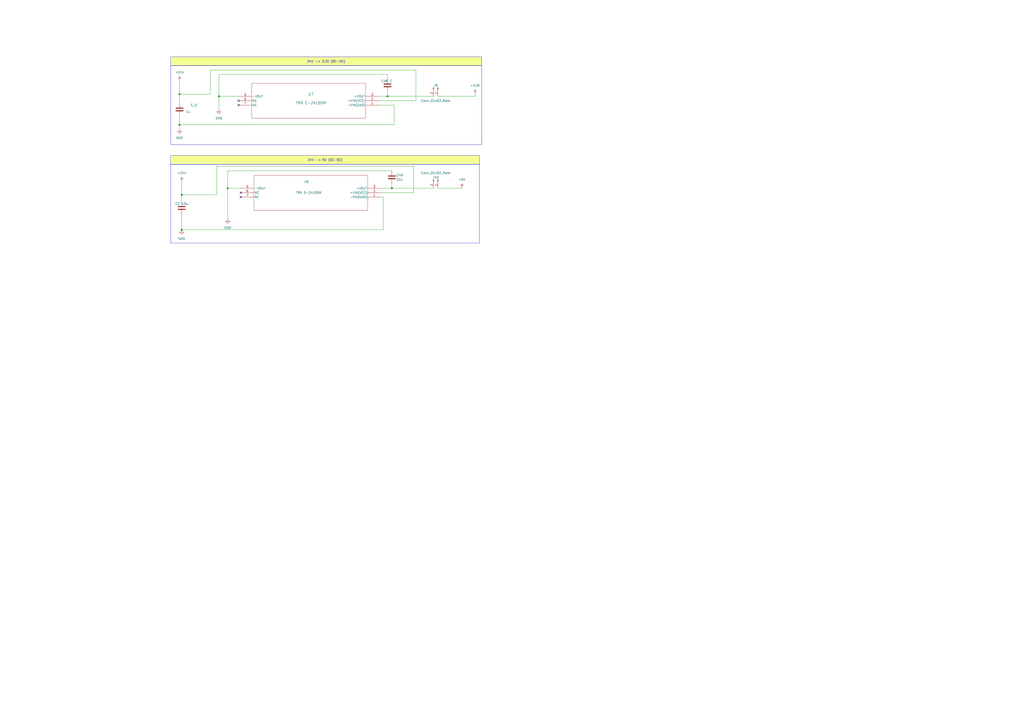
<source format=kicad_sch>
(kicad_sch (version 20231120) (generator "eeschema") (generator_version "8.0")
  (paper "A2")
  (title_block (title "3-phase DC/AC converter with SV-PWM") (date "2023-03-16") (rev "V. 1.1") (comment 1 "Ingrid Hovland") (comment 2 "Eirik Skorve Haugland") (comment 3 "Marius Englund"))
  (lib_symbols
    (symbol "Connector:Conn_01x02_Male" (pin_names (offset 1.016) hide)
      (property "Reference" "J" (at 0 2.54 0))
      (property "Value" "Conn_01x02_Male" (at 0 -5.08 0))
      (symbol "Conn_01x02_Male_1_1"
        (polyline (pts (xy 1.27 -2.54) (xy 0.8636 -2.54)) (stroke (width 0.1524)))
        (polyline (pts (xy 1.27 0) (xy 0.8636 0)) (stroke (width 0.1524)))
        (rectangle (start 0.8636 -2.413) (end 0 -2.667) (stroke (width 0.1524)) (fill (type outline)))
        (rectangle (start 0.8636 0.127) (end 0 -0.127) (stroke (width 0.1524)) (fill (type outline)))
        (pin passive line (at 5.08 0 180) (length 3.81) (name "Pin_1") (number "1"))
        (pin passive line (at 5.08 -2.54 180) (length 3.81) (name "Pin_2") (number "2"))
      )
    )
    (symbol "Device:C" (pin_numbers hide) (pin_names (offset 0.254))
      (property "Reference" "C" (at 0.635 2.54 0))
      (property "Value" "C" (at 0.635 -2.54 0))
      (symbol "C_0_1"
        (polyline (pts (xy -2.032 -0.762) (xy 2.032 -0.762)) (stroke (width 0.508)))
        (polyline (pts (xy -2.032 0.762) (xy 2.032 0.762)) (stroke (width 0.508)))
      )
      (symbol "C_1_1"
        (pin passive line (at 0 3.81 270) (length 2.794) (name "~") (number "1"))
        (pin passive line (at 0 -3.81 90) (length 2.794) (name "~") (number "2"))
      )
    )
    (symbol "_LIB_V25_symbols:TRN_1-2410SM" (pin_names (offset 0.254))
      (property "Reference" "U" (at 40.64 12.7 0))
      (property "Value" "TRN 1-2410SM" (at 40.64 10.16 0))
      (symbol "TRN_1-2410SM_0_1"
        (polyline (pts (xy 7.62 -12.7) (xy 73.66 -12.7)) (stroke (width 0.127)))
        (polyline (pts (xy 7.62 7.62) (xy 7.62 -12.7)) (stroke (width 0.127)))
        (polyline (pts (xy 73.66 -12.7) (xy 73.66 7.62)) (stroke (width 0.127)))
        (polyline (pts (xy 73.66 7.62) (xy 7.62 7.62)) (stroke (width 0.127)))
        (pin power_in line (at 0 0 0) (length 7.62) (name "-VIN(GND)") (number "1"))
        (pin power_in line (at 0 -2.54 0) (length 7.62) (name "+VIN(VCC)") (number "2"))
        (pin output line (at 0 -5.08 0) (length 7.62) (name "+VOUT") (number "3"))
        (pin output line (at 81.28 -5.08 180) (length 7.62) (name "-VOUT") (number "5"))
        (pin no_connect line (at 81.28 -2.54 180) (length 7.62) (name "NC") (number "6"))
        (pin no_connect line (at 81.28 0 180) (length 7.62) (name "NC") (number "7"))
      )
    )
    (symbol "power:+24V" (power) (pin_names (offset 0))
      (property "Value" "+24V" (at 0 3.556 0))
      (symbol "+24V_0_1"
        (polyline (pts (xy -0.762 1.27) (xy 0 2.54)))
        (polyline (pts (xy 0 0) (xy 0 2.54)))
        (polyline (pts (xy 0 2.54) (xy 0.762 1.27)))
      )
      (symbol "+24V_1_1"
        (pin power_in line (at 0 0 90) (length 0) hide (name "+24V") (number "1"))
      )
    )
    (symbol "power:+3.3V" (power) (pin_names (offset 0))
      (property "Value" "+3.3V" (at 0 3.556 0))
      (symbol "+3.3V_0_1"
        (polyline (pts (xy -0.762 1.27) (xy 0 2.54)))
        (polyline (pts (xy 0 0) (xy 0 2.54)))
        (polyline (pts (xy 0 2.54) (xy 0.762 1.27)))
      )
      (symbol "+3.3V_1_1"
        (pin power_in line (at 0 0 90) (length 0) hide (name "+3.3V") (number "1"))
      )
    )
    (symbol "power:+5V" (power) (pin_names (offset 0))
      (property "Value" "+5V" (at 0 3.556 0))
      (symbol "+5V_0_1"
        (polyline (pts (xy -0.762 1.27) (xy 0 2.54)))
        (polyline (pts (xy 0 0) (xy 0 2.54)))
        (polyline (pts (xy 0 2.54) (xy 0.762 1.27)))
      )
      (symbol "+5V_1_1"
        (pin power_in line (at 0 0 90) (length 0) hide (name "+5V") (number "1"))
      )
    )
    (symbol "power:GND" (power) (pin_names (offset 0))
      (property "Value" "GND" (at 0 -3.81 0))
      (symbol "GND_0_1"
        (polyline (pts (xy 0 0) (xy 0 -1.27) (xy 1.27 -1.27) (xy 0 -2.54) (xy -1.27 -1.27) (xy 0 -1.27)))
      )
      (symbol "GND_1_1"
        (pin power_in line (at 0 0 270) (length 0) hide (name "GND") (number "1"))
      )
    )
  )
  (junction (at 132.08 109.22))
  (junction (at 127 55.88))
  (junction (at 224.79 55.88))
  (junction (at 104.14 54.61))
  (junction (at 105.41 113.03))
  (junction (at 105.41 133.35))
  (junction (at 227.33 109.22))
  (junction (at 104.14 72.39))
  (no_connect (at 139.7 111.76))
  (no_connect (at 138.43 60.96))
  (no_connect (at 138.43 58.42))
  (no_connect (at 139.7 114.3))
  (wire (pts (xy 220.98 114.3) (xy 222.25 114.3)))
  (polyline (pts (xy 205.74 95.25) (xy 204.47 95.25)))
  (wire (pts (xy 125.73 113.03) (xy 125.73 96.52)))
  (wire (pts (xy 105.41 124.46) (xy 105.41 133.35)))
  (wire (pts (xy 138.43 55.88) (xy 127 55.88)))
  (wire (pts (xy 254 55.88) (xy 275.59 55.88)))
  (polyline (pts (xy 99.06 140.97) (xy 204.47 140.97)))
  (polyline (pts (xy 278.13 140.97) (xy 278.13 95.25)))
  (wire (pts (xy 224.79 55.88) (xy 251.46 55.88)))
  (wire (pts (xy 224.79 53.34) (xy 224.79 55.88)))
  (wire (pts (xy 224.79 43.18) (xy 127 43.18)))
  (wire (pts (xy 132.08 99.06) (xy 132.08 109.22)))
  (wire (pts (xy 222.25 133.35) (xy 105.41 133.35)))
  (wire (pts (xy 219.71 60.96) (xy 228.6 60.96)))
  (wire (pts (xy 104.14 54.61) (xy 104.14 59.69)))
  (wire (pts (xy 219.71 55.88) (xy 224.79 55.88)))
  (polyline (pts (xy 278.13 95.25) (xy 205.74 95.25)))
  (wire (pts (xy 240.03 96.52) (xy 240.03 111.76)))
  (polyline (pts (xy 99.06 83.82) (xy 204.47 83.82)))
  (wire (pts (xy 220.98 109.22) (xy 227.33 109.22)))
  (wire (pts (xy 224.79 45.72) (xy 224.79 43.18)))
  (polyline (pts (xy 99.06 95.25) (xy 99.06 140.97)))
  (polyline (pts (xy 99.06 38.1) (xy 204.47 38.1)))
  (wire (pts (xy 227.33 109.22) (xy 227.33 106.68)))
  (polyline (pts (xy 99.06 95.25) (xy 204.47 95.25)))
  (wire (pts (xy 228.6 60.96) (xy 228.6 72.39)))
  (polyline (pts (xy 99.06 38.1) (xy 99.06 83.82)))
  (wire (pts (xy 127 43.18) (xy 127 55.88)))
  (wire (pts (xy 104.14 67.31) (xy 104.14 72.39)))
  (polyline (pts (xy 279.4 83.82) (xy 279.4 38.1)))
  (wire (pts (xy 104.14 46.99) (xy 104.14 54.61)))
  (wire (pts (xy 104.14 72.39) (xy 104.14 74.93)))
  (wire (pts (xy 275.59 54.61) (xy 275.59 55.88)))
  (wire (pts (xy 227.33 109.22) (xy 251.46 109.22)))
  (polyline (pts (xy 204.47 140.97) (xy 278.13 140.97)))
  (wire (pts (xy 105.41 105.41) (xy 105.41 113.03)))
  (wire (pts (xy 132.08 109.22) (xy 132.08 127)))
  (wire (pts (xy 105.41 113.03) (xy 125.73 113.03)))
  (wire (pts (xy 222.25 114.3) (xy 222.25 133.35)))
  (polyline (pts (xy 204.47 83.82) (xy 279.4 83.82)))
  (wire (pts (xy 241.3 58.42) (xy 219.71 58.42)))
  (wire (pts (xy 121.92 40.64) (xy 241.3 40.64)))
  (wire (pts (xy 104.14 54.61) (xy 121.92 54.61)))
  (wire (pts (xy 227.33 99.06) (xy 132.08 99.06)))
  (wire (pts (xy 132.08 109.22) (xy 139.7 109.22)))
  (wire (pts (xy 121.92 54.61) (xy 121.92 40.64)))
  (wire (pts (xy 220.98 111.76) (xy 240.03 111.76)))
  (wire (pts (xy 241.3 40.64) (xy 241.3 58.42)))
  (wire (pts (xy 125.73 96.52) (xy 240.03 96.52)))
  (polyline (pts (xy 205.74 95.25) (xy 205.74 95.25)))
  (wire (pts (xy 105.41 113.03) (xy 105.41 116.84)))
  (polyline (pts (xy 279.4 38.1) (xy 203.2 38.1)))
  (wire (pts (xy 127 55.88) (xy 127 63.5)))
  (wire (pts (xy 254 109.22) (xy 267.97 109.22)))
  (wire (pts (xy 228.6 72.39) (xy 104.14 72.39)))
  (text_box "24V -> 5V (DC-DC)" (at 99.06 90.17 0) (size 179.07 5.08) (fill (type color) (color 243 255 147 1)) (effects (font (size 1.27 1.27))))
  (text_box "24V -> 3.3V (DC-DC)" (at 99.06 33.02 0) (size 180.34 5.08) (fill (type color) (color 243 255 147 1)) (effects (font (size 1.27 1.27))))
  (symbol (lib_id "_LIB_V25_symbols:TRN_1-2410SM") (at 220.98 114.3 180) (unit 1)
    (property "Reference" "U6" (at 177.8 105.41 0))
    (property "Value" "TRN 3-2410SM" (at 179.07 111.76 0))
    (property "Footprint" "TRN 1/3SM_SINGLE_TRP" (effects (hide yes)))
    (property "Datasheet" "TRN 1-2410SM" (effects (hide yes)))
  )
  (symbol (lib_id "power:+5V") (at 267.97 109.22 0) (unit 1)
    (property "Reference" "#PWR0115" (effects (hide yes)))
    (property "Value" "+5V" (at 267.97 104.14 0))
  )
  (symbol (lib_id "Device:C") (at 227.33 102.87 0) (unit 1)
    (property "Reference" "C49" (at 229.87 101.6 0) (effects (justify left)))
    (property "Value" "22u" (at 229.87 104.14 0) (effects (justify left)))
    (property "Footprint" "Capacitor_SMD:C_1206_3216Metric_Pad1.33x1.80mm_HandSolder" (effects (hide yes)))
  )
  (symbol (lib_id "power:+24V") (at 105.41 105.41 0) (unit 1)
    (property "Reference" "#PWR0117" (effects (hide yes)))
    (property "Value" "+24V" (at 105.41 100.33 0))
  )
  (symbol (lib_id "Connector:Conn_01x02_Male") (at 254 50.8 270) (unit 1)
    (property "Reference" "J9" (at 252.73 49.53 90))
    (property "Value" "Conn_01x02_Male" (at 252.73 58.42 90))
    (property "Footprint" "Connector_PinHeader_2.54mm:PinHeader_1x02_P2.54mm_Vertical" (effects (hide yes)))
  )
  (symbol (lib_id "Device:C") (at 105.41 120.65 0) (unit 1)
    (property "Reference" "C2" (at 101.6 118.11 0) (effects (justify left)))
    (property "Value" "10u" (at 105.41 118.11 0) (effects (justify left)))
    (property "Footprint" "Capacitor_SMD:C_1206_3216Metric_Pad1.33x1.80mm_HandSolder" (effects (hide yes)))
  )
  (symbol (lib_id "power:GND") (at 104.14 74.93 0) (unit 1)
    (property "Reference" "#PWR0119" (effects (hide yes)))
    (property "Value" "GND" (at 104.14 80.01 0))
  )
  (symbol (lib_id "Connector:Conn_01x02_Male") (at 254 104.14 270) (unit 1)
    (property "Reference" "J10" (at 252.73 102.87 90))
    (property "Value" "Conn_01x02_Male" (at 252.73 100.33 90))
    (property "Footprint" "Connector_PinHeader_2.54mm:PinHeader_1x02_P2.54mm_Vertical" (effects (hide yes)))
  )
  (symbol (lib_id "power:GND") (at 132.08 127 0) (unit 1)
    (property "Reference" "#PWR046" (effects (hide yes)))
    (property "Value" "GND" (at 132.08 132.08 0))
  )
  (symbol (lib_id "power:GND") (at 127 63.5 0) (unit 1)
    (property "Reference" "#PWR045" (effects (hide yes)))
    (property "Value" "GND" (at 127 68.58 0))
  )
  (symbol (lib_id "_LIB_V25_symbols:TRN_1-2410SM") (at 219.71 60.96 180) (unit 1)
    (property "Reference" "U7" (at 180.34 54.61 0) (effects (font (size 1.524 1.524))))
    (property "Value" "TRN 1-2410SM" (at 180.34 59.69 0) (effects (font (size 1.524 1.524))))
    (property "Footprint" "TRN 1/3SM_SINGLE_TRP" (effects (hide yes)))
    (property "Datasheet" "TRN 1-2410SM" (effects (hide yes)))
  )
  (symbol (lib_id "Device:C") (at 224.79 49.53 0) (unit 1)
    (property "Reference" "C48" (at 220.98 46.99 0) (effects (justify left)))
    (property "Value" "C" (at 226.06 46.99 0) (effects (justify left)))
    (property "Description" "Unpolarized capacitor" (effects (hide yes)))
  )
  (symbol (lib_id "power:+3.3V") (at 275.59 54.61 0) (unit 1)
    (property "Reference" "#PWR0116" (effects (hide yes)))
    (property "Value" "+3.3V" (at 275.59 49.53 0))
  )
  (symbol (lib_id "power:GND") (at 105.41 133.35 0) (unit 1)
    (property "Reference" "#PWR0101" (effects (hide yes)))
    (property "Value" "GND" (at 105.41 138.43 0))
  )
  (symbol (lib_id "power:+5V") (at 104.14 46.99 0) (unit 1)
    (property "Reference" "#PWR0118" (effects (hide yes)))
    (property "Value" "+24V" (at 104.14 41.91 0))
  )
  (symbol (lib_id "Device:C") (at 104.14 63.5 180) (unit 1)
    (property "Reference" "C_I1" (at 110.49 60.9599 0) (effects (justify right)))
    (property "Value" "1u" (at 107.95 64.7699 0) (effects (justify right)))
    (property "Footprint" "Capacitor_SMD:C_1206_3216Metric_Pad1.33x1.80mm_HandSolder" (effects (hide yes)))
  )
)
</source>
